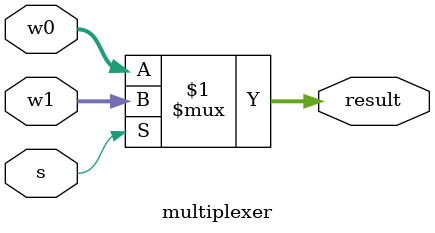
<source format=v>
`default_nettype none
`timescale 1ns/1ns

module multiplexer(w0 , w1 , s , result);
    input [63:0] w0;
    input [63:0] w1;
    input s;
    output [63:0] result;

    assign result = s ? w1 : w0;
endmodule 
</source>
